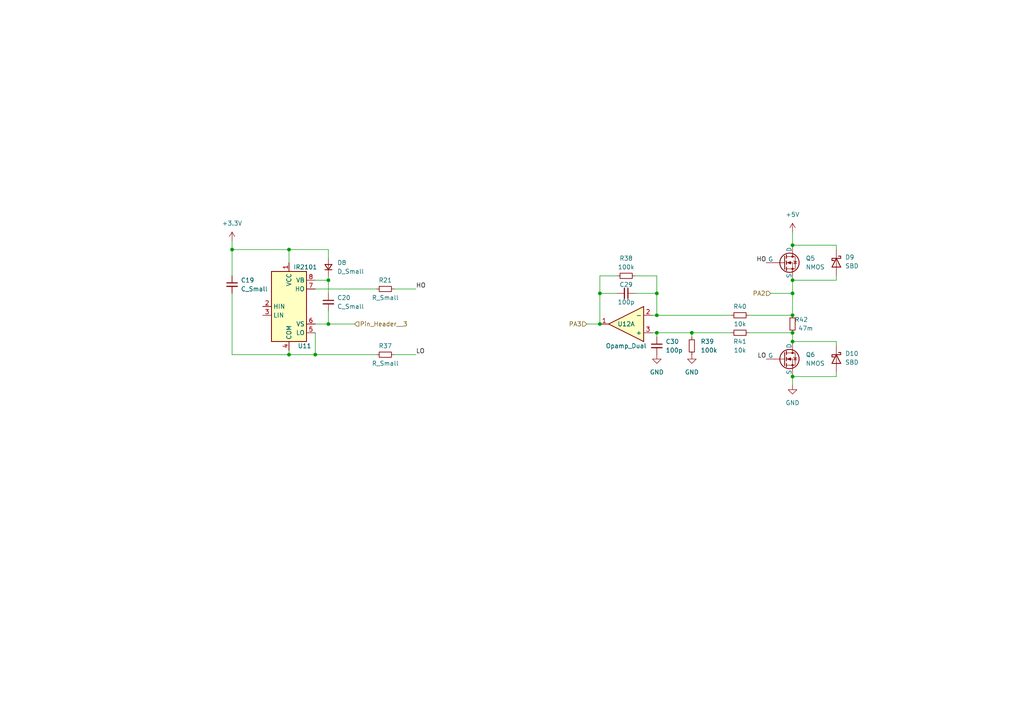
<source format=kicad_sch>
(kicad_sch (version 20230121) (generator eeschema)
  (paper "A4")
  (title_block (title "Gate To Fet 3") (date "2024-09-19") (rev "1"))
  (lib_symbols
    (symbol "Device:C_Small" (pin_numbers hide) (pin_names (offset 0.254) hide)
      (property "Reference" "C" (at 0.254 1.778 0))
      (property "Value" "C_Small" (at 0.254 -2.032 0))
      (symbol "C_Small_0_1"
        (polyline (pts (xy -1.524 -0.508) (xy 1.524 -0.508)) (stroke (width 0.3302)))
        (polyline (pts (xy -1.524 0.508) (xy 1.524 0.508)) (stroke (width 0.3048)))
      )
      (symbol "C_Small_1_1"
        (pin passive line (at 0 2.54 270) (length 2.032) (name "~") (number "1"))
        (pin passive line (at 0 -2.54 90) (length 2.032) (name "~") (number "2"))
      )
    )
    (symbol "Device:D_Small" (pin_numbers hide) (pin_names (offset 0.254) hide)
      (property "Reference" "D" (at -1.27 2.032 0))
      (property "Value" "D_Small" (at -3.81 -2.032 0))
      (symbol "D_Small_0_1"
        (polyline (pts (xy -0.762 -1.016) (xy -0.762 1.016)) (stroke (width 0.254)))
        (polyline (pts (xy -0.762 0) (xy 0.762 0)))
        (polyline (pts (xy 0.762 -1.016) (xy -0.762 0) (xy 0.762 1.016) (xy 0.762 -1.016)) (stroke (width 0.254)))
      )
      (symbol "D_Small_1_1"
        (pin passive line (at -2.54 0 0) (length 1.778) (name "K") (number "1"))
        (pin passive line (at 2.54 0 180) (length 1.778) (name "A") (number "2"))
      )
    )
    (symbol "Device:Opamp_Dual"
      (property "Reference" "U" (at 0 5.08 0))
      (property "Value" "Opamp_Dual" (at 0 -5.08 0))
      (symbol "Opamp_Dual_1_1"
        (polyline (pts (xy -5.08 5.08) (xy 5.08 0) (xy -5.08 -5.08) (xy -5.08 5.08)) (stroke (width 0.254)) (fill (type background)))
        (pin output line (at 7.62 0 180) (length 2.54) (name "~") (number "1"))
        (pin input line (at -7.62 -2.54 0) (length 2.54) (name "-") (number "2"))
        (pin input line (at -7.62 2.54 0) (length 2.54) (name "+") (number "3"))
      )
      (symbol "Opamp_Dual_2_1"
        (polyline (pts (xy -5.08 5.08) (xy 5.08 0) (xy -5.08 -5.08) (xy -5.08 5.08)) (stroke (width 0.254)) (fill (type background)))
        (pin input line (at -7.62 2.54 0) (length 2.54) (name "+") (number "5"))
        (pin input line (at -7.62 -2.54 0) (length 2.54) (name "-") (number "6"))
        (pin output line (at 7.62 0 180) (length 2.54) (name "~") (number "7"))
      )
      (symbol "Opamp_Dual_3_1"
        (pin power_in line (at -2.54 -7.62 90) (length 3.81) (name "V-") (number "4"))
        (pin power_in line (at -2.54 7.62 270) (length 3.81) (name "V+") (number "8"))
      )
    )
    (symbol "Device:R_Small" (pin_numbers hide) (pin_names (offset 0.254) hide)
      (property "Reference" "R" (at 0.762 0.508 0))
      (property "Value" "R_Small" (at 0.762 -1.016 0))
      (symbol "R_Small_0_1"
        (rectangle (start -0.762 1.778) (end 0.762 -1.778) (stroke (width 0.2032)))
      )
      (symbol "R_Small_1_1"
        (pin passive line (at 0 2.54 270) (length 0.762) (name "~") (number "1"))
        (pin passive line (at 0 -2.54 90) (length 0.762) (name "~") (number "2"))
      )
    )
    (symbol "Diode:B150-E3" (pin_numbers hide) (pin_names hide)
      (property "Reference" "D" (at 0 2.54 0))
      (property "Value" "B150-E3" (at 0 -2.54 0))
      (symbol "B150-E3_0_1"
        (polyline (pts (xy 1.27 0) (xy -1.27 0)))
        (polyline (pts (xy 1.27 1.27) (xy 1.27 -1.27) (xy -1.27 0) (xy 1.27 1.27)) (stroke (width 0.254)))
        (polyline (pts (xy -1.905 0.635) (xy -1.905 1.27) (xy -1.27 1.27) (xy -1.27 -1.27) (xy -0.635 -1.27) (xy -0.635 -0.635)) (stroke (width 0.254)))
      )
      (symbol "B150-E3_1_1"
        (pin passive line (at -3.81 0 0) (length 2.54) (name "K") (number "1"))
        (pin passive line (at 3.81 0 180) (length 2.54) (name "A") (number "2"))
      )
    )
    (symbol "Driver_FET:IR2101"
      (property "Reference" "U" (at 1.27 13.335 0))
      (property "Value" "IR2101" (at 1.27 11.43 0))
      (symbol "IR2101_0_1"
        (rectangle (start -5.08 -10.16) (end 5.08 10.16) (stroke (width 0.254)) (fill (type background)))
      )
      (symbol "IR2101_1_1"
        (pin power_in line (at 0 12.7 270) (length 2.54) (name "VCC") (number "1"))
        (pin input line (at -7.62 0 0) (length 2.54) (name "HIN") (number "2"))
        (pin input line (at -7.62 -2.54 0) (length 2.54) (name "LIN") (number "3"))
        (pin power_in line (at 0 -12.7 90) (length 2.54) (name "COM") (number "4"))
        (pin output line (at 7.62 -7.62 180) (length 2.54) (name "LO") (number "5"))
        (pin passive line (at 7.62 -5.08 180) (length 2.54) (name "VS") (number "6"))
        (pin output line (at 7.62 5.08 180) (length 2.54) (name "HO") (number "7"))
        (pin passive line (at 7.62 7.62 180) (length 2.54) (name "VB") (number "8"))
      )
    )
    (symbol "Simulation_SPICE:NMOS" (pin_numbers hide) (pin_names (offset 0))
      (property "Reference" "Q" (at 5.08 1.27 0))
      (property "Value" "NMOS" (at 5.08 -1.27 0))
      (symbol "NMOS_0_1"
        (polyline (pts (xy 0.254 0) (xy -2.54 0)))
        (polyline (pts (xy 0.254 1.905) (xy 0.254 -1.905)) (stroke (width 0.254)))
        (polyline (pts (xy 0.762 -1.27) (xy 0.762 -2.286)) (stroke (width 0.254)))
        (polyline (pts (xy 0.762 0.508) (xy 0.762 -0.508)) (stroke (width 0.254)))
        (polyline (pts (xy 0.762 2.286) (xy 0.762 1.27)) (stroke (width 0.254)))
        (polyline (pts (xy 2.54 2.54) (xy 2.54 1.778)))
        (polyline (pts (xy 2.54 -2.54) (xy 2.54 0) (xy 0.762 0)))
        (polyline (pts (xy 0.762 -1.778) (xy 3.302 -1.778) (xy 3.302 1.778) (xy 0.762 1.778)))
        (polyline (pts (xy 1.016 0) (xy 2.032 0.381) (xy 2.032 -0.381) (xy 1.016 0)) (fill (type outline)))
        (polyline (pts (xy 2.794 0.508) (xy 2.921 0.381) (xy 3.683 0.381) (xy 3.81 0.254)))
        (polyline (pts (xy 3.302 0.381) (xy 2.921 -0.254) (xy 3.683 -0.254) (xy 3.302 0.381)))
        (circle (center 1.651 0) (radius 2.794) (stroke (width 0.254)))
        (circle (center 2.54 -1.778) (radius 0.254) (fill (type outline)))
        (circle (center 2.54 1.778) (radius 0.254) (fill (type outline)))
      )
      (symbol "NMOS_1_1"
        (pin passive line (at 2.54 5.08 270) (length 2.54) (name "D") (number "1"))
        (pin input line (at -5.08 0 0) (length 2.54) (name "G") (number "2"))
        (pin passive line (at 2.54 -5.08 90) (length 2.54) (name "S") (number "3"))
      )
    )
    (symbol "power:+3.3V" (power) (pin_names (offset 0))
      (property "Value" "+3.3V" (at 0 3.556 0))
      (symbol "+3.3V_0_1"
        (polyline (pts (xy -0.762 1.27) (xy 0 2.54)))
        (polyline (pts (xy 0 0) (xy 0 2.54)))
        (polyline (pts (xy 0 2.54) (xy 0.762 1.27)))
      )
      (symbol "+3.3V_1_1"
        (pin power_in line (at 0 0 90) (length 0) hide (name "+3.3V") (number "1"))
      )
    )
    (symbol "power:+5V" (power) (pin_names (offset 0))
      (property "Value" "+5V" (at 0 3.556 0))
      (symbol "+5V_0_1"
        (polyline (pts (xy -0.762 1.27) (xy 0 2.54)))
        (polyline (pts (xy 0 0) (xy 0 2.54)))
        (polyline (pts (xy 0 2.54) (xy 0.762 1.27)))
      )
      (symbol "+5V_1_1"
        (pin power_in line (at 0 0 90) (length 0) hide (name "+5V") (number "1"))
      )
    )
    (symbol "power:GND" (power) (pin_names (offset 0))
      (property "Value" "GND" (at 0 -3.81 0))
      (symbol "GND_0_1"
        (polyline (pts (xy 0 0) (xy 0 -1.27) (xy 1.27 -1.27) (xy 0 -2.54) (xy -1.27 -1.27) (xy 0 -1.27)))
      )
      (symbol "GND_1_1"
        (pin power_in line (at 0 0 270) (length 0) hide (name "GND") (number "1"))
      )
    )
  )
  (junction (at 173.99 93.98))
  (junction (at 91.44 102.87))
  (junction (at 229.87 91.44))
  (junction (at 83.82 72.39))
  (junction (at 229.87 96.52))
  (junction (at 229.87 109.22))
  (junction (at 190.5 85.09))
  (junction (at 83.82 102.87))
  (junction (at 173.99 85.09))
  (junction (at 229.87 81.28))
  (junction (at 229.87 71.12))
  (junction (at 190.5 91.44))
  (junction (at 229.87 99.06))
  (junction (at 95.25 93.98))
  (junction (at 200.66 96.52))
  (junction (at 95.25 81.28))
  (junction (at 229.87 85.09))
  (junction (at 67.31 72.39))
  (junction (at 190.5 96.52))
  (wire (pts (xy 170.18 93.98) (xy 173.99 93.98)))
  (wire (pts (xy 67.31 69.85) (xy 67.31 72.39)))
  (wire (pts (xy 229.87 67.31) (xy 229.87 71.12)))
  (wire (pts (xy 83.82 102.87) (xy 67.31 102.87)))
  (wire (pts (xy 229.87 99.06) (xy 242.57 99.06)))
  (wire (pts (xy 189.23 91.44) (xy 190.5 91.44)))
  (wire (pts (xy 229.87 85.09) (xy 229.87 91.44)))
  (wire (pts (xy 242.57 71.12) (xy 242.57 72.39)))
  (wire (pts (xy 217.17 96.52) (xy 229.87 96.52)))
  (wire (pts (xy 91.44 81.28) (xy 95.25 81.28)))
  (wire (pts (xy 91.44 102.87) (xy 109.22 102.87)))
  (wire (pts (xy 114.3 102.87) (xy 120.65 102.87)))
  (wire (pts (xy 91.44 83.82) (xy 109.22 83.82)))
  (wire (pts (xy 229.87 109.22) (xy 229.87 111.76)))
  (wire (pts (xy 173.99 80.01) (xy 173.99 85.09)))
  (wire (pts (xy 242.57 109.22) (xy 242.57 107.95)))
  (wire (pts (xy 190.5 80.01) (xy 190.5 85.09)))
  (wire (pts (xy 91.44 96.52) (xy 91.44 102.87)))
  (wire (pts (xy 95.25 72.39) (xy 95.25 74.93)))
  (wire (pts (xy 229.87 109.22) (xy 242.57 109.22)))
  (wire (pts (xy 242.57 81.28) (xy 242.57 80.01)))
  (wire (pts (xy 229.87 96.52) (xy 229.87 99.06)))
  (wire (pts (xy 173.99 85.09) (xy 179.07 85.09)))
  (wire (pts (xy 95.25 81.28) (xy 95.25 85.09)))
  (wire (pts (xy 67.31 102.87) (xy 67.31 85.09)))
  (wire (pts (xy 200.66 96.52) (xy 200.66 97.79)))
  (wire (pts (xy 229.87 81.28) (xy 229.87 85.09)))
  (wire (pts (xy 229.87 81.28) (xy 242.57 81.28)))
  (wire (pts (xy 184.15 80.01) (xy 190.5 80.01)))
  (wire (pts (xy 179.07 80.01) (xy 173.99 80.01)))
  (wire (pts (xy 95.25 80.01) (xy 95.25 81.28)))
  (wire (pts (xy 83.82 72.39) (xy 83.82 76.2)))
  (wire (pts (xy 114.3 83.82) (xy 120.65 83.82)))
  (wire (pts (xy 83.82 101.6) (xy 83.82 102.87)))
  (wire (pts (xy 190.5 96.52) (xy 190.5 97.79)))
  (wire (pts (xy 242.57 99.06) (xy 242.57 100.33)))
  (wire (pts (xy 217.17 91.44) (xy 229.87 91.44)))
  (wire (pts (xy 67.31 72.39) (xy 83.82 72.39)))
  (wire (pts (xy 184.15 85.09) (xy 190.5 85.09)))
  (wire (pts (xy 229.87 71.12) (xy 242.57 71.12)))
  (wire (pts (xy 83.82 102.87) (xy 91.44 102.87)))
  (wire (pts (xy 102.87 93.98) (xy 95.25 93.98)))
  (wire (pts (xy 173.99 85.09) (xy 173.99 93.98)))
  (wire (pts (xy 200.66 96.52) (xy 212.09 96.52)))
  (wire (pts (xy 83.82 72.39) (xy 95.25 72.39)))
  (wire (pts (xy 95.25 93.98) (xy 91.44 93.98)))
  (wire (pts (xy 67.31 72.39) (xy 67.31 80.01)))
  (wire (pts (xy 223.52 85.09) (xy 229.87 85.09)))
  (wire (pts (xy 189.23 96.52) (xy 190.5 96.52)))
  (wire (pts (xy 190.5 85.09) (xy 190.5 91.44)))
  (wire (pts (xy 190.5 96.52) (xy 200.66 96.52)))
  (wire (pts (xy 190.5 91.44) (xy 212.09 91.44)))
  (wire (pts (xy 95.25 90.17) (xy 95.25 93.98)))
  (label "HO" (at 222.25 76.2 180))
  (label "HO" (at 120.65 83.82 0))
  (label "LO" (at 120.65 102.87 0))
  (label "LO" (at 222.25 104.14 180))
  (hierarchical_label "PA2" (shape input) (at 223.52 85.09 180))
  (hierarchical_label "PA3" (shape input) (at 170.18 93.98 180))
  (hierarchical_label "Pin_Header__3" (shape input) (at 102.87 93.98 0))
  (symbol (lib_id "power:+5V") (at 229.87 67.31 0) (unit 1)
    (property "Reference" "#PWR032" (effects hide))
    (property "Value" "+5V" (at 229.87 62.23 0))
  )
  (symbol (lib_id "Device:R_Small") (at 111.76 102.87 90) (unit 1)
    (property "Reference" "R37" (at 111.76 100.33 90))
    (property "Value" "R_Small" (at 111.76 105.41 90))
  )
  (symbol (lib_id "Device:C_Small") (at 95.25 87.63 0) (unit 1)
    (property "Reference" "C20" (at 97.79 86.3663 0) (effects (justify left)))
    (property "Value" "C_Small" (at 97.79 88.9063 0) (effects (justify left)))
  )
  (symbol (lib_id "Driver_FET:IR2101") (at 83.82 88.9 0) (unit 1)
    (property "Reference" "U11" (at 86.36 100.33 0) (effects (justify left)))
    (property "Value" "IR2101" (at 85.09 77.47 0) (effects (justify left)))
    (property "Datasheet" "https://www.infineon.com/dgdl/ir2101.pdf?fileId=5546d462533600a4015355c7a755166c" (effects hide))
  )
  (symbol (lib_id "Device:R_Small") (at 214.63 96.52 90) (unit 1)
    (property "Reference" "R41" (at 214.63 99.06 90))
    (property "Value" "10k" (at 214.63 101.6 90))
  )
  (symbol (lib_id "Device:Opamp_Dual") (at 181.61 93.98 180) (unit 1)
    (property "Reference" "U12" (at 181.61 93.98 0))
    (property "Value" "Opamp_Dual" (at 181.61 100.33 0))
    (property "Sim.Library" "${KICAD7_SYMBOL_DIR}/Simulation_SPICE.sp" (effects hide))
    (property "Sim.Name" "kicad_builtin_opamp_dual" (effects hide))
    (property "Sim.Device" "SUBCKT" (effects hide))
    (property "Sim.Pins" "1=out1 2=in1- 3=in1+ 4=vee 5=in2+ 6=in2- 7=out2 8=vcc" (effects hide))
  )
  (symbol (lib_id "power:GND") (at 190.5 102.87 0) (unit 1)
    (property "Reference" "#PWR030" (effects hide))
    (property "Value" "GND" (at 190.5 107.95 0))
  )
  (symbol (lib_id "Device:D_Small") (at 95.25 77.47 90) (unit 1)
    (property "Reference" "D8" (at 97.79 76.2 90) (effects (justify right)))
    (property "Value" "D_Small" (at 97.79 78.74 90) (effects (justify right)))
    (property "Sim.Device" "D" (effects hide))
    (property "Sim.Pins" "1=K 2=A" (effects hide))
  )
  (symbol (lib_id "Diode:B150-E3") (at 242.57 104.14 270) (unit 1)
    (property "Reference" "D10" (at 245.11 102.5525 90) (effects (justify left)))
    (property "Value" "SBD" (at 245.11 105.0925 90) (effects (justify left)))
    (property "Footprint" "Diode_SMD:D_SMA" (effects hide))
    (property "Datasheet" "http://www.vishay.com/docs/88946/b120.pdf" (effects hide))
  )
  (symbol (lib_id "Device:R_Small") (at 111.76 83.82 90) (unit 1)
    (property "Reference" "R21" (at 111.76 81.28 90))
    (property "Value" "R_Small" (at 111.76 86.36 90))
  )
  (symbol (lib_id "power:GND") (at 229.87 111.76 0) (unit 1)
    (property "Reference" "#PWR033" (effects hide))
    (property "Value" "GND" (at 229.87 116.84 0))
  )
  (symbol (lib_id "Simulation_SPICE:NMOS") (at 227.33 76.2 0) (unit 1)
    (property "Reference" "Q5" (at 233.68 74.93 0) (effects (justify left)))
    (property "Value" "NMOS" (at 233.68 77.47 0) (effects (justify left)))
    (property "Datasheet" "https://ngspice.sourceforge.io/docs/ngspice-manual.pdf" (effects hide))
    (property "Sim.Device" "NMOS" (effects hide))
    (property "Sim.Type" "VDMOS" (effects hide))
    (property "Sim.Pins" "1=D 2=G 3=S" (effects hide))
  )
  (symbol (lib_id "Device:C_Small") (at 181.61 85.09 270) (unit 1)
    (property "Reference" "C29" (at 181.61 82.55 90))
    (property "Value" "100p" (at 181.61 87.63 90))
  )
  (symbol (lib_id "Device:R_Small") (at 229.87 93.98 180) (unit 1)
    (property "Reference" "R42" (at 232.41 92.71 0))
    (property "Value" "47m" (at 233.68 95.25 0))
  )
  (symbol (lib_id "Diode:B150-E3") (at 242.57 76.2 270) (unit 1)
    (property "Reference" "D9" (at 245.11 74.6125 90) (effects (justify left)))
    (property "Value" "SBD" (at 245.11 77.1525 90) (effects (justify left)))
    (property "Footprint" "Diode_SMD:D_SMA" (effects hide))
    (property "Datasheet" "http://www.vishay.com/docs/88946/b120.pdf" (effects hide))
  )
  (symbol (lib_id "Device:C_Small") (at 67.31 82.55 0) (unit 1)
    (property "Reference" "C19" (at 69.85 81.2863 0) (effects (justify left)))
    (property "Value" "C_Small" (at 69.85 83.8263 0) (effects (justify left)))
  )
  (symbol (lib_id "Device:R_Small") (at 214.63 91.44 90) (unit 1)
    (property "Reference" "R40" (at 214.63 88.9 90))
    (property "Value" "10k" (at 214.63 93.98 90))
  )
  (symbol (lib_id "power:GND") (at 200.66 102.87 0) (unit 1)
    (property "Reference" "#PWR031" (effects hide))
    (property "Value" "GND" (at 200.66 107.95 0))
  )
  (symbol (lib_id "Device:R_Small") (at 181.61 80.01 270) (unit 1)
    (property "Reference" "R38" (at 181.61 74.93 90))
    (property "Value" "100k" (at 181.61 77.47 90))
  )
  (symbol (lib_id "Device:C_Small") (at 190.5 100.33 0) (unit 1)
    (property "Reference" "C30" (at 193.04 99.0663 0) (effects (justify left)))
    (property "Value" "100p" (at 193.04 101.6063 0) (effects (justify left)))
  )
  (symbol (lib_id "power:+3.3V") (at 67.31 69.85 0) (unit 1)
    (property "Reference" "#PWR029" (effects hide))
    (property "Value" "+3.3V" (at 67.31 64.77 0))
  )
  (symbol (lib_id "Device:R_Small") (at 200.66 100.33 180) (unit 1)
    (property "Reference" "R39" (at 203.2 99.06 0) (effects (justify right)))
    (property "Value" "100k" (at 203.2 101.6 0) (effects (justify right)))
  )
  (symbol (lib_id "Simulation_SPICE:NMOS") (at 227.33 104.14 0) (unit 1)
    (property "Reference" "Q6" (at 233.68 102.87 0) (effects (justify left)))
    (property "Value" "NMOS" (at 233.68 105.41 0) (effects (justify left)))
    (property "Datasheet" "https://ngspice.sourceforge.io/docs/ngspice-manual.pdf" (effects hide))
    (property "Sim.Device" "NMOS" (effects hide))
    (property "Sim.Type" "VDMOS" (effects hide))
    (property "Sim.Pins" "1=D 2=G 3=S" (effects hide))
  )
)
</source>
